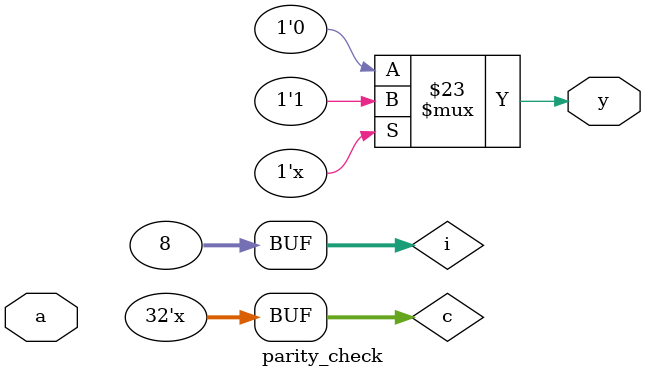
<source format=v>
`timescale 1ns / 1ps
module parity_check(
    input [0:7] a,
    output reg y
    );
	 integer c,i;
	 initial c=1'b0;
	 always @(a)
	 begin
	 for(i=0;i<8;i=i+1)
	 begin
	 if(a[i]==0)
	 c=c+1;
	 end
	 if(c%2==0)
	 y=1'b1;
	 else
	 y=1'b0;
	 end
	 
	 
endmodule

</source>
